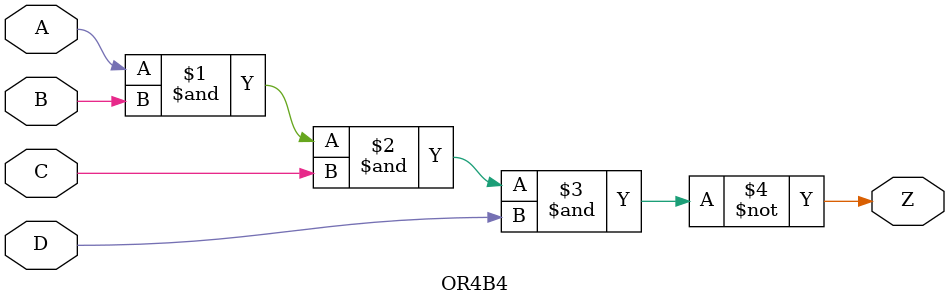
<source format=v>
`resetall
`timescale 1 ns / 100 ps

/* Created by DB2VERILOG Version 1.0.1.1 on Sat May 14 11:27:09 1994 */
/* module compiled from "lsl2db 3.6.4" run */


`celldefine
module OR4B4 (A, B, C, D, Z);
input  A, B, C, D;
output Z;
nand INST1 (Z, A, B, C, D);

endmodule 
`endcelldefine

</source>
